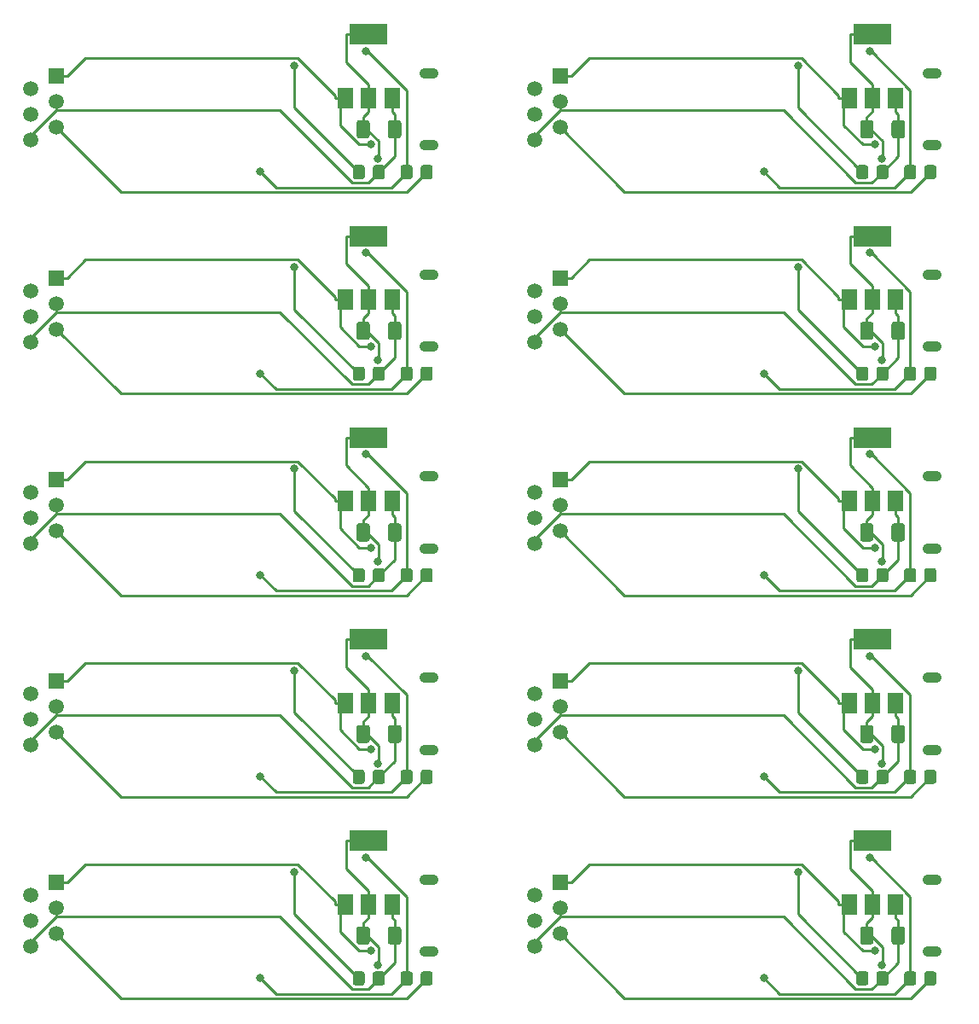
<source format=gbr>
%TF.GenerationSoftware,KiCad,Pcbnew,(5.1.9)-1*%
%TF.CreationDate,2021-09-18T19:38:26+02:00*%
%TF.ProjectId,IM350_AM550_5V_V4.0_multi,494d3335-305f-4414-9d35-35305f35565f,rev?*%
%TF.SameCoordinates,Original*%
%TF.FileFunction,Copper,L2,Bot*%
%TF.FilePolarity,Positive*%
%FSLAX46Y46*%
G04 Gerber Fmt 4.6, Leading zero omitted, Abs format (unit mm)*
G04 Created by KiCad (PCBNEW (5.1.9)-1) date 2021-09-18 19:38:26*
%MOMM*%
%LPD*%
G01*
G04 APERTURE LIST*
%TA.AperFunction,ComponentPad*%
%ADD10R,1.520000X1.520000*%
%TD*%
%TA.AperFunction,ComponentPad*%
%ADD11C,1.520000*%
%TD*%
%TA.AperFunction,SMDPad,CuDef*%
%ADD12R,3.800000X2.000000*%
%TD*%
%TA.AperFunction,SMDPad,CuDef*%
%ADD13R,1.500000X2.000000*%
%TD*%
%TA.AperFunction,ComponentPad*%
%ADD14O,1.900000X1.050000*%
%TD*%
%TA.AperFunction,ViaPad*%
%ADD15C,0.800000*%
%TD*%
%TA.AperFunction,Conductor*%
%ADD16C,0.250000*%
%TD*%
G04 APERTURE END LIST*
%TO.P,R5,1*%
%TO.N,Net-(R4-Pad1)*%
%TA.AperFunction,SMDPad,CuDef*%
G36*
G01*
X165650000Y-136700001D02*
X165650000Y-135799999D01*
G75*
G02*
X165899999Y-135550000I249999J0D01*
G01*
X166600001Y-135550000D01*
G75*
G02*
X166850000Y-135799999I0J-249999D01*
G01*
X166850000Y-136700001D01*
G75*
G02*
X166600001Y-136950000I-249999J0D01*
G01*
X165899999Y-136950000D01*
G75*
G02*
X165650000Y-136700001I0J249999D01*
G01*
G37*
%TD.AperFunction*%
%TO.P,R5,2*%
%TO.N,Net-(J2-Pad5)*%
%TA.AperFunction,SMDPad,CuDef*%
G36*
G01*
X167650000Y-136700001D02*
X167650000Y-135799999D01*
G75*
G02*
X167899999Y-135550000I249999J0D01*
G01*
X168600001Y-135550000D01*
G75*
G02*
X168850000Y-135799999I0J-249999D01*
G01*
X168850000Y-136700001D01*
G75*
G02*
X168600001Y-136950000I-249999J0D01*
G01*
X167899999Y-136950000D01*
G75*
G02*
X167650000Y-136700001I0J249999D01*
G01*
G37*
%TD.AperFunction*%
%TD*%
%TO.P,C1,1*%
%TO.N,Net-(C1-Pad1)*%
%TA.AperFunction,SMDPad,CuDef*%
G36*
G01*
X111275000Y-132650001D02*
X111275000Y-131349999D01*
G75*
G02*
X111524999Y-131100000I249999J0D01*
G01*
X112350001Y-131100000D01*
G75*
G02*
X112600000Y-131349999I0J-249999D01*
G01*
X112600000Y-132650001D01*
G75*
G02*
X112350001Y-132900000I-249999J0D01*
G01*
X111524999Y-132900000D01*
G75*
G02*
X111275000Y-132650001I0J249999D01*
G01*
G37*
%TD.AperFunction*%
%TO.P,C1,2*%
%TO.N,Net-(C1-Pad2)*%
%TA.AperFunction,SMDPad,CuDef*%
G36*
G01*
X114400000Y-132650001D02*
X114400000Y-131349999D01*
G75*
G02*
X114649999Y-131100000I249999J0D01*
G01*
X115475001Y-131100000D01*
G75*
G02*
X115725000Y-131349999I0J-249999D01*
G01*
X115725000Y-132650001D01*
G75*
G02*
X115475001Y-132900000I-249999J0D01*
G01*
X114649999Y-132900000D01*
G75*
G02*
X114400000Y-132650001I0J249999D01*
G01*
G37*
%TD.AperFunction*%
%TD*%
D10*
%TO.P,J2,1*%
%TO.N,Net-(J1-Pad1)*%
X81500000Y-126750000D03*
D11*
%TO.P,J2,2*%
%TO.N,Net-(J2-Pad2)*%
X78960000Y-128020000D03*
%TO.P,J2,3*%
%TO.N,Net-(C1-Pad2)*%
X81500000Y-129290000D03*
%TO.P,J2,4*%
%TO.N,Net-(J2-Pad4)*%
X78960000Y-130560000D03*
%TO.P,J2,5*%
%TO.N,Net-(J2-Pad5)*%
X81500000Y-131830000D03*
%TO.P,J2,6*%
%TO.N,Net-(C1-Pad2)*%
X78960000Y-133100000D03*
%TD*%
D12*
%TO.P,U1,2*%
%TO.N,Net-(C1-Pad1)*%
X112500000Y-122600000D03*
D13*
X112500000Y-128900000D03*
%TO.P,U1,3*%
%TO.N,Net-(J1-Pad1)*%
X110200000Y-128900000D03*
%TO.P,U1,1*%
%TO.N,Net-(C1-Pad2)*%
X114800000Y-128900000D03*
%TD*%
D11*
%TO.P,J2,6*%
%TO.N,Net-(C1-Pad2)*%
X128960000Y-133100000D03*
%TO.P,J2,5*%
%TO.N,Net-(J2-Pad5)*%
X131500000Y-131830000D03*
%TO.P,J2,4*%
%TO.N,Net-(J2-Pad4)*%
X128960000Y-130560000D03*
%TO.P,J2,3*%
%TO.N,Net-(C1-Pad2)*%
X131500000Y-129290000D03*
%TO.P,J2,2*%
%TO.N,Net-(J2-Pad2)*%
X128960000Y-128020000D03*
D10*
%TO.P,J2,1*%
%TO.N,Net-(J1-Pad1)*%
X131500000Y-126750000D03*
%TD*%
%TO.P,R3,2*%
%TO.N,Net-(C1-Pad2)*%
%TA.AperFunction,SMDPad,CuDef*%
G36*
G01*
X162900000Y-136700001D02*
X162900000Y-135799999D01*
G75*
G02*
X163149999Y-135550000I249999J0D01*
G01*
X163850001Y-135550000D01*
G75*
G02*
X164100000Y-135799999I0J-249999D01*
G01*
X164100000Y-136700001D01*
G75*
G02*
X163850001Y-136950000I-249999J0D01*
G01*
X163149999Y-136950000D01*
G75*
G02*
X162900000Y-136700001I0J249999D01*
G01*
G37*
%TD.AperFunction*%
%TO.P,R3,1*%
%TO.N,Net-(R3-Pad1)*%
%TA.AperFunction,SMDPad,CuDef*%
G36*
G01*
X160900000Y-136700001D02*
X160900000Y-135799999D01*
G75*
G02*
X161149999Y-135550000I249999J0D01*
G01*
X161850001Y-135550000D01*
G75*
G02*
X162100000Y-135799999I0J-249999D01*
G01*
X162100000Y-136700001D01*
G75*
G02*
X161850001Y-136950000I-249999J0D01*
G01*
X161149999Y-136950000D01*
G75*
G02*
X160900000Y-136700001I0J249999D01*
G01*
G37*
%TD.AperFunction*%
%TD*%
D13*
%TO.P,U1,1*%
%TO.N,Net-(C1-Pad2)*%
X164800000Y-128900000D03*
%TO.P,U1,3*%
%TO.N,Net-(J1-Pad1)*%
X160200000Y-128900000D03*
%TO.P,U1,2*%
%TO.N,Net-(C1-Pad1)*%
X162500000Y-128900000D03*
D12*
X162500000Y-122600000D03*
%TD*%
%TO.P,R3,1*%
%TO.N,Net-(R3-Pad1)*%
%TA.AperFunction,SMDPad,CuDef*%
G36*
G01*
X110900000Y-136700001D02*
X110900000Y-135799999D01*
G75*
G02*
X111149999Y-135550000I249999J0D01*
G01*
X111850001Y-135550000D01*
G75*
G02*
X112100000Y-135799999I0J-249999D01*
G01*
X112100000Y-136700001D01*
G75*
G02*
X111850001Y-136950000I-249999J0D01*
G01*
X111149999Y-136950000D01*
G75*
G02*
X110900000Y-136700001I0J249999D01*
G01*
G37*
%TD.AperFunction*%
%TO.P,R3,2*%
%TO.N,Net-(C1-Pad2)*%
%TA.AperFunction,SMDPad,CuDef*%
G36*
G01*
X112900000Y-136700001D02*
X112900000Y-135799999D01*
G75*
G02*
X113149999Y-135550000I249999J0D01*
G01*
X113850001Y-135550000D01*
G75*
G02*
X114100000Y-135799999I0J-249999D01*
G01*
X114100000Y-136700001D01*
G75*
G02*
X113850001Y-136950000I-249999J0D01*
G01*
X113149999Y-136950000D01*
G75*
G02*
X112900000Y-136700001I0J249999D01*
G01*
G37*
%TD.AperFunction*%
%TD*%
D14*
%TO.P,J1,*%
%TO.N,*%
X118450000Y-126425000D03*
X118450000Y-133575000D03*
%TD*%
%TO.P,C1,2*%
%TO.N,Net-(C1-Pad2)*%
%TA.AperFunction,SMDPad,CuDef*%
G36*
G01*
X164400000Y-132650001D02*
X164400000Y-131349999D01*
G75*
G02*
X164649999Y-131100000I249999J0D01*
G01*
X165475001Y-131100000D01*
G75*
G02*
X165725000Y-131349999I0J-249999D01*
G01*
X165725000Y-132650001D01*
G75*
G02*
X165475001Y-132900000I-249999J0D01*
G01*
X164649999Y-132900000D01*
G75*
G02*
X164400000Y-132650001I0J249999D01*
G01*
G37*
%TD.AperFunction*%
%TO.P,C1,1*%
%TO.N,Net-(C1-Pad1)*%
%TA.AperFunction,SMDPad,CuDef*%
G36*
G01*
X161275000Y-132650001D02*
X161275000Y-131349999D01*
G75*
G02*
X161524999Y-131100000I249999J0D01*
G01*
X162350001Y-131100000D01*
G75*
G02*
X162600000Y-131349999I0J-249999D01*
G01*
X162600000Y-132650001D01*
G75*
G02*
X162350001Y-132900000I-249999J0D01*
G01*
X161524999Y-132900000D01*
G75*
G02*
X161275000Y-132650001I0J249999D01*
G01*
G37*
%TD.AperFunction*%
%TD*%
%TO.P,R5,2*%
%TO.N,Net-(J2-Pad5)*%
%TA.AperFunction,SMDPad,CuDef*%
G36*
G01*
X117650000Y-136700001D02*
X117650000Y-135799999D01*
G75*
G02*
X117899999Y-135550000I249999J0D01*
G01*
X118600001Y-135550000D01*
G75*
G02*
X118850000Y-135799999I0J-249999D01*
G01*
X118850000Y-136700001D01*
G75*
G02*
X118600001Y-136950000I-249999J0D01*
G01*
X117899999Y-136950000D01*
G75*
G02*
X117650000Y-136700001I0J249999D01*
G01*
G37*
%TD.AperFunction*%
%TO.P,R5,1*%
%TO.N,Net-(R4-Pad1)*%
%TA.AperFunction,SMDPad,CuDef*%
G36*
G01*
X115650000Y-136700001D02*
X115650000Y-135799999D01*
G75*
G02*
X115899999Y-135550000I249999J0D01*
G01*
X116600001Y-135550000D01*
G75*
G02*
X116850000Y-135799999I0J-249999D01*
G01*
X116850000Y-136700001D01*
G75*
G02*
X116600001Y-136950000I-249999J0D01*
G01*
X115899999Y-136950000D01*
G75*
G02*
X115650000Y-136700001I0J249999D01*
G01*
G37*
%TD.AperFunction*%
%TD*%
%TO.P,J1,*%
%TO.N,*%
X168450000Y-133575000D03*
X168450000Y-126425000D03*
%TD*%
D10*
%TO.P,J2,1*%
%TO.N,Net-(J1-Pad1)*%
X131500000Y-106750000D03*
D11*
%TO.P,J2,2*%
%TO.N,Net-(J2-Pad2)*%
X128960000Y-108020000D03*
%TO.P,J2,3*%
%TO.N,Net-(C1-Pad2)*%
X131500000Y-109290000D03*
%TO.P,J2,4*%
%TO.N,Net-(J2-Pad4)*%
X128960000Y-110560000D03*
%TO.P,J2,5*%
%TO.N,Net-(J2-Pad5)*%
X131500000Y-111830000D03*
%TO.P,J2,6*%
%TO.N,Net-(C1-Pad2)*%
X128960000Y-113100000D03*
%TD*%
%TO.P,R5,1*%
%TO.N,Net-(R4-Pad1)*%
%TA.AperFunction,SMDPad,CuDef*%
G36*
G01*
X115650000Y-116700001D02*
X115650000Y-115799999D01*
G75*
G02*
X115899999Y-115550000I249999J0D01*
G01*
X116600001Y-115550000D01*
G75*
G02*
X116850000Y-115799999I0J-249999D01*
G01*
X116850000Y-116700001D01*
G75*
G02*
X116600001Y-116950000I-249999J0D01*
G01*
X115899999Y-116950000D01*
G75*
G02*
X115650000Y-116700001I0J249999D01*
G01*
G37*
%TD.AperFunction*%
%TO.P,R5,2*%
%TO.N,Net-(J2-Pad5)*%
%TA.AperFunction,SMDPad,CuDef*%
G36*
G01*
X117650000Y-116700001D02*
X117650000Y-115799999D01*
G75*
G02*
X117899999Y-115550000I249999J0D01*
G01*
X118600001Y-115550000D01*
G75*
G02*
X118850000Y-115799999I0J-249999D01*
G01*
X118850000Y-116700001D01*
G75*
G02*
X118600001Y-116950000I-249999J0D01*
G01*
X117899999Y-116950000D01*
G75*
G02*
X117650000Y-116700001I0J249999D01*
G01*
G37*
%TD.AperFunction*%
%TD*%
%TO.P,C1,1*%
%TO.N,Net-(C1-Pad1)*%
%TA.AperFunction,SMDPad,CuDef*%
G36*
G01*
X161275000Y-112650001D02*
X161275000Y-111349999D01*
G75*
G02*
X161524999Y-111100000I249999J0D01*
G01*
X162350001Y-111100000D01*
G75*
G02*
X162600000Y-111349999I0J-249999D01*
G01*
X162600000Y-112650001D01*
G75*
G02*
X162350001Y-112900000I-249999J0D01*
G01*
X161524999Y-112900000D01*
G75*
G02*
X161275000Y-112650001I0J249999D01*
G01*
G37*
%TD.AperFunction*%
%TO.P,C1,2*%
%TO.N,Net-(C1-Pad2)*%
%TA.AperFunction,SMDPad,CuDef*%
G36*
G01*
X164400000Y-112650001D02*
X164400000Y-111349999D01*
G75*
G02*
X164649999Y-111100000I249999J0D01*
G01*
X165475001Y-111100000D01*
G75*
G02*
X165725000Y-111349999I0J-249999D01*
G01*
X165725000Y-112650001D01*
G75*
G02*
X165475001Y-112900000I-249999J0D01*
G01*
X164649999Y-112900000D01*
G75*
G02*
X164400000Y-112650001I0J249999D01*
G01*
G37*
%TD.AperFunction*%
%TD*%
D12*
%TO.P,U1,2*%
%TO.N,Net-(C1-Pad1)*%
X162500000Y-102600000D03*
D13*
X162500000Y-108900000D03*
%TO.P,U1,3*%
%TO.N,Net-(J1-Pad1)*%
X160200000Y-108900000D03*
%TO.P,U1,1*%
%TO.N,Net-(C1-Pad2)*%
X164800000Y-108900000D03*
%TD*%
%TO.P,R3,2*%
%TO.N,Net-(C1-Pad2)*%
%TA.AperFunction,SMDPad,CuDef*%
G36*
G01*
X112900000Y-116700001D02*
X112900000Y-115799999D01*
G75*
G02*
X113149999Y-115550000I249999J0D01*
G01*
X113850001Y-115550000D01*
G75*
G02*
X114100000Y-115799999I0J-249999D01*
G01*
X114100000Y-116700001D01*
G75*
G02*
X113850001Y-116950000I-249999J0D01*
G01*
X113149999Y-116950000D01*
G75*
G02*
X112900000Y-116700001I0J249999D01*
G01*
G37*
%TD.AperFunction*%
%TO.P,R3,1*%
%TO.N,Net-(R3-Pad1)*%
%TA.AperFunction,SMDPad,CuDef*%
G36*
G01*
X110900000Y-116700001D02*
X110900000Y-115799999D01*
G75*
G02*
X111149999Y-115550000I249999J0D01*
G01*
X111850001Y-115550000D01*
G75*
G02*
X112100000Y-115799999I0J-249999D01*
G01*
X112100000Y-116700001D01*
G75*
G02*
X111850001Y-116950000I-249999J0D01*
G01*
X111149999Y-116950000D01*
G75*
G02*
X110900000Y-116700001I0J249999D01*
G01*
G37*
%TD.AperFunction*%
%TD*%
D14*
%TO.P,J1,*%
%TO.N,*%
X168450000Y-106425000D03*
X168450000Y-113575000D03*
%TD*%
D13*
%TO.P,U1,1*%
%TO.N,Net-(C1-Pad2)*%
X114800000Y-108900000D03*
%TO.P,U1,3*%
%TO.N,Net-(J1-Pad1)*%
X110200000Y-108900000D03*
%TO.P,U1,2*%
%TO.N,Net-(C1-Pad1)*%
X112500000Y-108900000D03*
D12*
X112500000Y-102600000D03*
%TD*%
%TO.P,R3,1*%
%TO.N,Net-(R3-Pad1)*%
%TA.AperFunction,SMDPad,CuDef*%
G36*
G01*
X160900000Y-116700001D02*
X160900000Y-115799999D01*
G75*
G02*
X161149999Y-115550000I249999J0D01*
G01*
X161850001Y-115550000D01*
G75*
G02*
X162100000Y-115799999I0J-249999D01*
G01*
X162100000Y-116700001D01*
G75*
G02*
X161850001Y-116950000I-249999J0D01*
G01*
X161149999Y-116950000D01*
G75*
G02*
X160900000Y-116700001I0J249999D01*
G01*
G37*
%TD.AperFunction*%
%TO.P,R3,2*%
%TO.N,Net-(C1-Pad2)*%
%TA.AperFunction,SMDPad,CuDef*%
G36*
G01*
X162900000Y-116700001D02*
X162900000Y-115799999D01*
G75*
G02*
X163149999Y-115550000I249999J0D01*
G01*
X163850001Y-115550000D01*
G75*
G02*
X164100000Y-115799999I0J-249999D01*
G01*
X164100000Y-116700001D01*
G75*
G02*
X163850001Y-116950000I-249999J0D01*
G01*
X163149999Y-116950000D01*
G75*
G02*
X162900000Y-116700001I0J249999D01*
G01*
G37*
%TD.AperFunction*%
%TD*%
D14*
%TO.P,J1,*%
%TO.N,*%
X118450000Y-113575000D03*
X118450000Y-106425000D03*
%TD*%
D11*
%TO.P,J2,6*%
%TO.N,Net-(C1-Pad2)*%
X78960000Y-113100000D03*
%TO.P,J2,5*%
%TO.N,Net-(J2-Pad5)*%
X81500000Y-111830000D03*
%TO.P,J2,4*%
%TO.N,Net-(J2-Pad4)*%
X78960000Y-110560000D03*
%TO.P,J2,3*%
%TO.N,Net-(C1-Pad2)*%
X81500000Y-109290000D03*
%TO.P,J2,2*%
%TO.N,Net-(J2-Pad2)*%
X78960000Y-108020000D03*
D10*
%TO.P,J2,1*%
%TO.N,Net-(J1-Pad1)*%
X81500000Y-106750000D03*
%TD*%
%TO.P,C1,2*%
%TO.N,Net-(C1-Pad2)*%
%TA.AperFunction,SMDPad,CuDef*%
G36*
G01*
X114400000Y-112650001D02*
X114400000Y-111349999D01*
G75*
G02*
X114649999Y-111100000I249999J0D01*
G01*
X115475001Y-111100000D01*
G75*
G02*
X115725000Y-111349999I0J-249999D01*
G01*
X115725000Y-112650001D01*
G75*
G02*
X115475001Y-112900000I-249999J0D01*
G01*
X114649999Y-112900000D01*
G75*
G02*
X114400000Y-112650001I0J249999D01*
G01*
G37*
%TD.AperFunction*%
%TO.P,C1,1*%
%TO.N,Net-(C1-Pad1)*%
%TA.AperFunction,SMDPad,CuDef*%
G36*
G01*
X111275000Y-112650001D02*
X111275000Y-111349999D01*
G75*
G02*
X111524999Y-111100000I249999J0D01*
G01*
X112350001Y-111100000D01*
G75*
G02*
X112600000Y-111349999I0J-249999D01*
G01*
X112600000Y-112650001D01*
G75*
G02*
X112350001Y-112900000I-249999J0D01*
G01*
X111524999Y-112900000D01*
G75*
G02*
X111275000Y-112650001I0J249999D01*
G01*
G37*
%TD.AperFunction*%
%TD*%
%TO.P,R5,2*%
%TO.N,Net-(J2-Pad5)*%
%TA.AperFunction,SMDPad,CuDef*%
G36*
G01*
X167650000Y-116700001D02*
X167650000Y-115799999D01*
G75*
G02*
X167899999Y-115550000I249999J0D01*
G01*
X168600001Y-115550000D01*
G75*
G02*
X168850000Y-115799999I0J-249999D01*
G01*
X168850000Y-116700001D01*
G75*
G02*
X168600001Y-116950000I-249999J0D01*
G01*
X167899999Y-116950000D01*
G75*
G02*
X167650000Y-116700001I0J249999D01*
G01*
G37*
%TD.AperFunction*%
%TO.P,R5,1*%
%TO.N,Net-(R4-Pad1)*%
%TA.AperFunction,SMDPad,CuDef*%
G36*
G01*
X165650000Y-116700001D02*
X165650000Y-115799999D01*
G75*
G02*
X165899999Y-115550000I249999J0D01*
G01*
X166600001Y-115550000D01*
G75*
G02*
X166850000Y-115799999I0J-249999D01*
G01*
X166850000Y-116700001D01*
G75*
G02*
X166600001Y-116950000I-249999J0D01*
G01*
X165899999Y-116950000D01*
G75*
G02*
X165650000Y-116700001I0J249999D01*
G01*
G37*
%TD.AperFunction*%
%TD*%
%TO.P,R3,2*%
%TO.N,Net-(C1-Pad2)*%
%TA.AperFunction,SMDPad,CuDef*%
G36*
G01*
X162900000Y-96700001D02*
X162900000Y-95799999D01*
G75*
G02*
X163149999Y-95550000I249999J0D01*
G01*
X163850001Y-95550000D01*
G75*
G02*
X164100000Y-95799999I0J-249999D01*
G01*
X164100000Y-96700001D01*
G75*
G02*
X163850001Y-96950000I-249999J0D01*
G01*
X163149999Y-96950000D01*
G75*
G02*
X162900000Y-96700001I0J249999D01*
G01*
G37*
%TD.AperFunction*%
%TO.P,R3,1*%
%TO.N,Net-(R3-Pad1)*%
%TA.AperFunction,SMDPad,CuDef*%
G36*
G01*
X160900000Y-96700001D02*
X160900000Y-95799999D01*
G75*
G02*
X161149999Y-95550000I249999J0D01*
G01*
X161850001Y-95550000D01*
G75*
G02*
X162100000Y-95799999I0J-249999D01*
G01*
X162100000Y-96700001D01*
G75*
G02*
X161850001Y-96950000I-249999J0D01*
G01*
X161149999Y-96950000D01*
G75*
G02*
X160900000Y-96700001I0J249999D01*
G01*
G37*
%TD.AperFunction*%
%TD*%
%TO.P,C1,1*%
%TO.N,Net-(C1-Pad1)*%
%TA.AperFunction,SMDPad,CuDef*%
G36*
G01*
X111275000Y-92650001D02*
X111275000Y-91349999D01*
G75*
G02*
X111524999Y-91100000I249999J0D01*
G01*
X112350001Y-91100000D01*
G75*
G02*
X112600000Y-91349999I0J-249999D01*
G01*
X112600000Y-92650001D01*
G75*
G02*
X112350001Y-92900000I-249999J0D01*
G01*
X111524999Y-92900000D01*
G75*
G02*
X111275000Y-92650001I0J249999D01*
G01*
G37*
%TD.AperFunction*%
%TO.P,C1,2*%
%TO.N,Net-(C1-Pad2)*%
%TA.AperFunction,SMDPad,CuDef*%
G36*
G01*
X114400000Y-92650001D02*
X114400000Y-91349999D01*
G75*
G02*
X114649999Y-91100000I249999J0D01*
G01*
X115475001Y-91100000D01*
G75*
G02*
X115725000Y-91349999I0J-249999D01*
G01*
X115725000Y-92650001D01*
G75*
G02*
X115475001Y-92900000I-249999J0D01*
G01*
X114649999Y-92900000D01*
G75*
G02*
X114400000Y-92650001I0J249999D01*
G01*
G37*
%TD.AperFunction*%
%TD*%
D11*
%TO.P,J2,6*%
%TO.N,Net-(C1-Pad2)*%
X128960000Y-93100000D03*
%TO.P,J2,5*%
%TO.N,Net-(J2-Pad5)*%
X131500000Y-91830000D03*
%TO.P,J2,4*%
%TO.N,Net-(J2-Pad4)*%
X128960000Y-90560000D03*
%TO.P,J2,3*%
%TO.N,Net-(C1-Pad2)*%
X131500000Y-89290000D03*
%TO.P,J2,2*%
%TO.N,Net-(J2-Pad2)*%
X128960000Y-88020000D03*
D10*
%TO.P,J2,1*%
%TO.N,Net-(J1-Pad1)*%
X131500000Y-86750000D03*
%TD*%
D14*
%TO.P,J1,*%
%TO.N,*%
X168450000Y-93575000D03*
X168450000Y-86425000D03*
%TD*%
%TO.P,J1,*%
%TO.N,*%
X118450000Y-86425000D03*
X118450000Y-93575000D03*
%TD*%
%TO.P,R3,1*%
%TO.N,Net-(R3-Pad1)*%
%TA.AperFunction,SMDPad,CuDef*%
G36*
G01*
X110900000Y-96700001D02*
X110900000Y-95799999D01*
G75*
G02*
X111149999Y-95550000I249999J0D01*
G01*
X111850001Y-95550000D01*
G75*
G02*
X112100000Y-95799999I0J-249999D01*
G01*
X112100000Y-96700001D01*
G75*
G02*
X111850001Y-96950000I-249999J0D01*
G01*
X111149999Y-96950000D01*
G75*
G02*
X110900000Y-96700001I0J249999D01*
G01*
G37*
%TD.AperFunction*%
%TO.P,R3,2*%
%TO.N,Net-(C1-Pad2)*%
%TA.AperFunction,SMDPad,CuDef*%
G36*
G01*
X112900000Y-96700001D02*
X112900000Y-95799999D01*
G75*
G02*
X113149999Y-95550000I249999J0D01*
G01*
X113850001Y-95550000D01*
G75*
G02*
X114100000Y-95799999I0J-249999D01*
G01*
X114100000Y-96700001D01*
G75*
G02*
X113850001Y-96950000I-249999J0D01*
G01*
X113149999Y-96950000D01*
G75*
G02*
X112900000Y-96700001I0J249999D01*
G01*
G37*
%TD.AperFunction*%
%TD*%
D10*
%TO.P,J2,1*%
%TO.N,Net-(J1-Pad1)*%
X81500000Y-86750000D03*
D11*
%TO.P,J2,2*%
%TO.N,Net-(J2-Pad2)*%
X78960000Y-88020000D03*
%TO.P,J2,3*%
%TO.N,Net-(C1-Pad2)*%
X81500000Y-89290000D03*
%TO.P,J2,4*%
%TO.N,Net-(J2-Pad4)*%
X78960000Y-90560000D03*
%TO.P,J2,5*%
%TO.N,Net-(J2-Pad5)*%
X81500000Y-91830000D03*
%TO.P,J2,6*%
%TO.N,Net-(C1-Pad2)*%
X78960000Y-93100000D03*
%TD*%
D12*
%TO.P,U1,2*%
%TO.N,Net-(C1-Pad1)*%
X112500000Y-82600000D03*
D13*
X112500000Y-88900000D03*
%TO.P,U1,3*%
%TO.N,Net-(J1-Pad1)*%
X110200000Y-88900000D03*
%TO.P,U1,1*%
%TO.N,Net-(C1-Pad2)*%
X114800000Y-88900000D03*
%TD*%
%TO.P,R5,2*%
%TO.N,Net-(J2-Pad5)*%
%TA.AperFunction,SMDPad,CuDef*%
G36*
G01*
X117650000Y-96700001D02*
X117650000Y-95799999D01*
G75*
G02*
X117899999Y-95550000I249999J0D01*
G01*
X118600001Y-95550000D01*
G75*
G02*
X118850000Y-95799999I0J-249999D01*
G01*
X118850000Y-96700001D01*
G75*
G02*
X118600001Y-96950000I-249999J0D01*
G01*
X117899999Y-96950000D01*
G75*
G02*
X117650000Y-96700001I0J249999D01*
G01*
G37*
%TD.AperFunction*%
%TO.P,R5,1*%
%TO.N,Net-(R4-Pad1)*%
%TA.AperFunction,SMDPad,CuDef*%
G36*
G01*
X115650000Y-96700001D02*
X115650000Y-95799999D01*
G75*
G02*
X115899999Y-95550000I249999J0D01*
G01*
X116600001Y-95550000D01*
G75*
G02*
X116850000Y-95799999I0J-249999D01*
G01*
X116850000Y-96700001D01*
G75*
G02*
X116600001Y-96950000I-249999J0D01*
G01*
X115899999Y-96950000D01*
G75*
G02*
X115650000Y-96700001I0J249999D01*
G01*
G37*
%TD.AperFunction*%
%TD*%
%TO.P,C1,2*%
%TO.N,Net-(C1-Pad2)*%
%TA.AperFunction,SMDPad,CuDef*%
G36*
G01*
X164400000Y-92650001D02*
X164400000Y-91349999D01*
G75*
G02*
X164649999Y-91100000I249999J0D01*
G01*
X165475001Y-91100000D01*
G75*
G02*
X165725000Y-91349999I0J-249999D01*
G01*
X165725000Y-92650001D01*
G75*
G02*
X165475001Y-92900000I-249999J0D01*
G01*
X164649999Y-92900000D01*
G75*
G02*
X164400000Y-92650001I0J249999D01*
G01*
G37*
%TD.AperFunction*%
%TO.P,C1,1*%
%TO.N,Net-(C1-Pad1)*%
%TA.AperFunction,SMDPad,CuDef*%
G36*
G01*
X161275000Y-92650001D02*
X161275000Y-91349999D01*
G75*
G02*
X161524999Y-91100000I249999J0D01*
G01*
X162350001Y-91100000D01*
G75*
G02*
X162600000Y-91349999I0J-249999D01*
G01*
X162600000Y-92650001D01*
G75*
G02*
X162350001Y-92900000I-249999J0D01*
G01*
X161524999Y-92900000D01*
G75*
G02*
X161275000Y-92650001I0J249999D01*
G01*
G37*
%TD.AperFunction*%
%TD*%
%TO.P,U1,1*%
%TO.N,Net-(C1-Pad2)*%
X164800000Y-88900000D03*
%TO.P,U1,3*%
%TO.N,Net-(J1-Pad1)*%
X160200000Y-88900000D03*
%TO.P,U1,2*%
%TO.N,Net-(C1-Pad1)*%
X162500000Y-88900000D03*
D12*
X162500000Y-82600000D03*
%TD*%
%TO.P,R5,1*%
%TO.N,Net-(R4-Pad1)*%
%TA.AperFunction,SMDPad,CuDef*%
G36*
G01*
X165650000Y-96700001D02*
X165650000Y-95799999D01*
G75*
G02*
X165899999Y-95550000I249999J0D01*
G01*
X166600001Y-95550000D01*
G75*
G02*
X166850000Y-95799999I0J-249999D01*
G01*
X166850000Y-96700001D01*
G75*
G02*
X166600001Y-96950000I-249999J0D01*
G01*
X165899999Y-96950000D01*
G75*
G02*
X165650000Y-96700001I0J249999D01*
G01*
G37*
%TD.AperFunction*%
%TO.P,R5,2*%
%TO.N,Net-(J2-Pad5)*%
%TA.AperFunction,SMDPad,CuDef*%
G36*
G01*
X167650000Y-96700001D02*
X167650000Y-95799999D01*
G75*
G02*
X167899999Y-95550000I249999J0D01*
G01*
X168600001Y-95550000D01*
G75*
G02*
X168850000Y-95799999I0J-249999D01*
G01*
X168850000Y-96700001D01*
G75*
G02*
X168600001Y-96950000I-249999J0D01*
G01*
X167899999Y-96950000D01*
G75*
G02*
X167650000Y-96700001I0J249999D01*
G01*
G37*
%TD.AperFunction*%
%TD*%
D13*
%TO.P,U1,1*%
%TO.N,Net-(C1-Pad2)*%
X114800000Y-68900000D03*
%TO.P,U1,3*%
%TO.N,Net-(J1-Pad1)*%
X110200000Y-68900000D03*
%TO.P,U1,2*%
%TO.N,Net-(C1-Pad1)*%
X112500000Y-68900000D03*
D12*
X112500000Y-62600000D03*
%TD*%
%TO.P,R5,1*%
%TO.N,Net-(R4-Pad1)*%
%TA.AperFunction,SMDPad,CuDef*%
G36*
G01*
X115650000Y-76700001D02*
X115650000Y-75799999D01*
G75*
G02*
X115899999Y-75550000I249999J0D01*
G01*
X116600001Y-75550000D01*
G75*
G02*
X116850000Y-75799999I0J-249999D01*
G01*
X116850000Y-76700001D01*
G75*
G02*
X116600001Y-76950000I-249999J0D01*
G01*
X115899999Y-76950000D01*
G75*
G02*
X115650000Y-76700001I0J249999D01*
G01*
G37*
%TD.AperFunction*%
%TO.P,R5,2*%
%TO.N,Net-(J2-Pad5)*%
%TA.AperFunction,SMDPad,CuDef*%
G36*
G01*
X117650000Y-76700001D02*
X117650000Y-75799999D01*
G75*
G02*
X117899999Y-75550000I249999J0D01*
G01*
X118600001Y-75550000D01*
G75*
G02*
X118850000Y-75799999I0J-249999D01*
G01*
X118850000Y-76700001D01*
G75*
G02*
X118600001Y-76950000I-249999J0D01*
G01*
X117899999Y-76950000D01*
G75*
G02*
X117650000Y-76700001I0J249999D01*
G01*
G37*
%TD.AperFunction*%
%TD*%
D14*
%TO.P,J1,*%
%TO.N,*%
X118450000Y-73575000D03*
X118450000Y-66425000D03*
%TD*%
%TO.P,C1,2*%
%TO.N,Net-(C1-Pad2)*%
%TA.AperFunction,SMDPad,CuDef*%
G36*
G01*
X114400000Y-72650001D02*
X114400000Y-71349999D01*
G75*
G02*
X114649999Y-71100000I249999J0D01*
G01*
X115475001Y-71100000D01*
G75*
G02*
X115725000Y-71349999I0J-249999D01*
G01*
X115725000Y-72650001D01*
G75*
G02*
X115475001Y-72900000I-249999J0D01*
G01*
X114649999Y-72900000D01*
G75*
G02*
X114400000Y-72650001I0J249999D01*
G01*
G37*
%TD.AperFunction*%
%TO.P,C1,1*%
%TO.N,Net-(C1-Pad1)*%
%TA.AperFunction,SMDPad,CuDef*%
G36*
G01*
X111275000Y-72650001D02*
X111275000Y-71349999D01*
G75*
G02*
X111524999Y-71100000I249999J0D01*
G01*
X112350001Y-71100000D01*
G75*
G02*
X112600000Y-71349999I0J-249999D01*
G01*
X112600000Y-72650001D01*
G75*
G02*
X112350001Y-72900000I-249999J0D01*
G01*
X111524999Y-72900000D01*
G75*
G02*
X111275000Y-72650001I0J249999D01*
G01*
G37*
%TD.AperFunction*%
%TD*%
%TO.P,R3,2*%
%TO.N,Net-(C1-Pad2)*%
%TA.AperFunction,SMDPad,CuDef*%
G36*
G01*
X112900000Y-76700001D02*
X112900000Y-75799999D01*
G75*
G02*
X113149999Y-75550000I249999J0D01*
G01*
X113850001Y-75550000D01*
G75*
G02*
X114100000Y-75799999I0J-249999D01*
G01*
X114100000Y-76700001D01*
G75*
G02*
X113850001Y-76950000I-249999J0D01*
G01*
X113149999Y-76950000D01*
G75*
G02*
X112900000Y-76700001I0J249999D01*
G01*
G37*
%TD.AperFunction*%
%TO.P,R3,1*%
%TO.N,Net-(R3-Pad1)*%
%TA.AperFunction,SMDPad,CuDef*%
G36*
G01*
X110900000Y-76700001D02*
X110900000Y-75799999D01*
G75*
G02*
X111149999Y-75550000I249999J0D01*
G01*
X111850001Y-75550000D01*
G75*
G02*
X112100000Y-75799999I0J-249999D01*
G01*
X112100000Y-76700001D01*
G75*
G02*
X111850001Y-76950000I-249999J0D01*
G01*
X111149999Y-76950000D01*
G75*
G02*
X110900000Y-76700001I0J249999D01*
G01*
G37*
%TD.AperFunction*%
%TD*%
D11*
%TO.P,J2,6*%
%TO.N,Net-(C1-Pad2)*%
X78960000Y-73100000D03*
%TO.P,J2,5*%
%TO.N,Net-(J2-Pad5)*%
X81500000Y-71830000D03*
%TO.P,J2,4*%
%TO.N,Net-(J2-Pad4)*%
X78960000Y-70560000D03*
%TO.P,J2,3*%
%TO.N,Net-(C1-Pad2)*%
X81500000Y-69290000D03*
%TO.P,J2,2*%
%TO.N,Net-(J2-Pad2)*%
X78960000Y-68020000D03*
D10*
%TO.P,J2,1*%
%TO.N,Net-(J1-Pad1)*%
X81500000Y-66750000D03*
%TD*%
%TO.P,J2,1*%
%TO.N,Net-(J1-Pad1)*%
X131500000Y-66750000D03*
D11*
%TO.P,J2,2*%
%TO.N,Net-(J2-Pad2)*%
X128960000Y-68020000D03*
%TO.P,J2,3*%
%TO.N,Net-(C1-Pad2)*%
X131500000Y-69290000D03*
%TO.P,J2,4*%
%TO.N,Net-(J2-Pad4)*%
X128960000Y-70560000D03*
%TO.P,J2,5*%
%TO.N,Net-(J2-Pad5)*%
X131500000Y-71830000D03*
%TO.P,J2,6*%
%TO.N,Net-(C1-Pad2)*%
X128960000Y-73100000D03*
%TD*%
%TO.P,R3,1*%
%TO.N,Net-(R3-Pad1)*%
%TA.AperFunction,SMDPad,CuDef*%
G36*
G01*
X160900000Y-76700001D02*
X160900000Y-75799999D01*
G75*
G02*
X161149999Y-75550000I249999J0D01*
G01*
X161850001Y-75550000D01*
G75*
G02*
X162100000Y-75799999I0J-249999D01*
G01*
X162100000Y-76700001D01*
G75*
G02*
X161850001Y-76950000I-249999J0D01*
G01*
X161149999Y-76950000D01*
G75*
G02*
X160900000Y-76700001I0J249999D01*
G01*
G37*
%TD.AperFunction*%
%TO.P,R3,2*%
%TO.N,Net-(C1-Pad2)*%
%TA.AperFunction,SMDPad,CuDef*%
G36*
G01*
X162900000Y-76700001D02*
X162900000Y-75799999D01*
G75*
G02*
X163149999Y-75550000I249999J0D01*
G01*
X163850001Y-75550000D01*
G75*
G02*
X164100000Y-75799999I0J-249999D01*
G01*
X164100000Y-76700001D01*
G75*
G02*
X163850001Y-76950000I-249999J0D01*
G01*
X163149999Y-76950000D01*
G75*
G02*
X162900000Y-76700001I0J249999D01*
G01*
G37*
%TD.AperFunction*%
%TD*%
D14*
%TO.P,J1,*%
%TO.N,*%
X168450000Y-66425000D03*
X168450000Y-73575000D03*
%TD*%
%TO.P,C1,1*%
%TO.N,Net-(C1-Pad1)*%
%TA.AperFunction,SMDPad,CuDef*%
G36*
G01*
X161275000Y-72650001D02*
X161275000Y-71349999D01*
G75*
G02*
X161524999Y-71100000I249999J0D01*
G01*
X162350001Y-71100000D01*
G75*
G02*
X162600000Y-71349999I0J-249999D01*
G01*
X162600000Y-72650001D01*
G75*
G02*
X162350001Y-72900000I-249999J0D01*
G01*
X161524999Y-72900000D01*
G75*
G02*
X161275000Y-72650001I0J249999D01*
G01*
G37*
%TD.AperFunction*%
%TO.P,C1,2*%
%TO.N,Net-(C1-Pad2)*%
%TA.AperFunction,SMDPad,CuDef*%
G36*
G01*
X164400000Y-72650001D02*
X164400000Y-71349999D01*
G75*
G02*
X164649999Y-71100000I249999J0D01*
G01*
X165475001Y-71100000D01*
G75*
G02*
X165725000Y-71349999I0J-249999D01*
G01*
X165725000Y-72650001D01*
G75*
G02*
X165475001Y-72900000I-249999J0D01*
G01*
X164649999Y-72900000D01*
G75*
G02*
X164400000Y-72650001I0J249999D01*
G01*
G37*
%TD.AperFunction*%
%TD*%
D12*
%TO.P,U1,2*%
%TO.N,Net-(C1-Pad1)*%
X162500000Y-62600000D03*
D13*
X162500000Y-68900000D03*
%TO.P,U1,3*%
%TO.N,Net-(J1-Pad1)*%
X160200000Y-68900000D03*
%TO.P,U1,1*%
%TO.N,Net-(C1-Pad2)*%
X164800000Y-68900000D03*
%TD*%
%TO.P,R5,2*%
%TO.N,Net-(J2-Pad5)*%
%TA.AperFunction,SMDPad,CuDef*%
G36*
G01*
X167650000Y-76700001D02*
X167650000Y-75799999D01*
G75*
G02*
X167899999Y-75550000I249999J0D01*
G01*
X168600001Y-75550000D01*
G75*
G02*
X168850000Y-75799999I0J-249999D01*
G01*
X168850000Y-76700001D01*
G75*
G02*
X168600001Y-76950000I-249999J0D01*
G01*
X167899999Y-76950000D01*
G75*
G02*
X167650000Y-76700001I0J249999D01*
G01*
G37*
%TD.AperFunction*%
%TO.P,R5,1*%
%TO.N,Net-(R4-Pad1)*%
%TA.AperFunction,SMDPad,CuDef*%
G36*
G01*
X165650000Y-76700001D02*
X165650000Y-75799999D01*
G75*
G02*
X165899999Y-75550000I249999J0D01*
G01*
X166600001Y-75550000D01*
G75*
G02*
X166850000Y-75799999I0J-249999D01*
G01*
X166850000Y-76700001D01*
G75*
G02*
X166600001Y-76950000I-249999J0D01*
G01*
X165899999Y-76950000D01*
G75*
G02*
X165650000Y-76700001I0J249999D01*
G01*
G37*
%TD.AperFunction*%
%TD*%
%TO.P,U1,1*%
%TO.N,Net-(C1-Pad2)*%
X164800000Y-48900000D03*
%TO.P,U1,3*%
%TO.N,Net-(J1-Pad1)*%
X160200000Y-48900000D03*
%TO.P,U1,2*%
%TO.N,Net-(C1-Pad1)*%
X162500000Y-48900000D03*
D12*
X162500000Y-42600000D03*
%TD*%
%TO.P,R5,1*%
%TO.N,Net-(R4-Pad1)*%
%TA.AperFunction,SMDPad,CuDef*%
G36*
G01*
X165650000Y-56700001D02*
X165650000Y-55799999D01*
G75*
G02*
X165899999Y-55550000I249999J0D01*
G01*
X166600001Y-55550000D01*
G75*
G02*
X166850000Y-55799999I0J-249999D01*
G01*
X166850000Y-56700001D01*
G75*
G02*
X166600001Y-56950000I-249999J0D01*
G01*
X165899999Y-56950000D01*
G75*
G02*
X165650000Y-56700001I0J249999D01*
G01*
G37*
%TD.AperFunction*%
%TO.P,R5,2*%
%TO.N,Net-(J2-Pad5)*%
%TA.AperFunction,SMDPad,CuDef*%
G36*
G01*
X167650000Y-56700001D02*
X167650000Y-55799999D01*
G75*
G02*
X167899999Y-55550000I249999J0D01*
G01*
X168600001Y-55550000D01*
G75*
G02*
X168850000Y-55799999I0J-249999D01*
G01*
X168850000Y-56700001D01*
G75*
G02*
X168600001Y-56950000I-249999J0D01*
G01*
X167899999Y-56950000D01*
G75*
G02*
X167650000Y-56700001I0J249999D01*
G01*
G37*
%TD.AperFunction*%
%TD*%
D14*
%TO.P,J1,*%
%TO.N,*%
X168450000Y-53575000D03*
X168450000Y-46425000D03*
%TD*%
%TO.P,C1,2*%
%TO.N,Net-(C1-Pad2)*%
%TA.AperFunction,SMDPad,CuDef*%
G36*
G01*
X164400000Y-52650001D02*
X164400000Y-51349999D01*
G75*
G02*
X164649999Y-51100000I249999J0D01*
G01*
X165475001Y-51100000D01*
G75*
G02*
X165725000Y-51349999I0J-249999D01*
G01*
X165725000Y-52650001D01*
G75*
G02*
X165475001Y-52900000I-249999J0D01*
G01*
X164649999Y-52900000D01*
G75*
G02*
X164400000Y-52650001I0J249999D01*
G01*
G37*
%TD.AperFunction*%
%TO.P,C1,1*%
%TO.N,Net-(C1-Pad1)*%
%TA.AperFunction,SMDPad,CuDef*%
G36*
G01*
X161275000Y-52650001D02*
X161275000Y-51349999D01*
G75*
G02*
X161524999Y-51100000I249999J0D01*
G01*
X162350001Y-51100000D01*
G75*
G02*
X162600000Y-51349999I0J-249999D01*
G01*
X162600000Y-52650001D01*
G75*
G02*
X162350001Y-52900000I-249999J0D01*
G01*
X161524999Y-52900000D01*
G75*
G02*
X161275000Y-52650001I0J249999D01*
G01*
G37*
%TD.AperFunction*%
%TD*%
%TO.P,R3,2*%
%TO.N,Net-(C1-Pad2)*%
%TA.AperFunction,SMDPad,CuDef*%
G36*
G01*
X162900000Y-56700001D02*
X162900000Y-55799999D01*
G75*
G02*
X163149999Y-55550000I249999J0D01*
G01*
X163850001Y-55550000D01*
G75*
G02*
X164100000Y-55799999I0J-249999D01*
G01*
X164100000Y-56700001D01*
G75*
G02*
X163850001Y-56950000I-249999J0D01*
G01*
X163149999Y-56950000D01*
G75*
G02*
X162900000Y-56700001I0J249999D01*
G01*
G37*
%TD.AperFunction*%
%TO.P,R3,1*%
%TO.N,Net-(R3-Pad1)*%
%TA.AperFunction,SMDPad,CuDef*%
G36*
G01*
X160900000Y-56700001D02*
X160900000Y-55799999D01*
G75*
G02*
X161149999Y-55550000I249999J0D01*
G01*
X161850001Y-55550000D01*
G75*
G02*
X162100000Y-55799999I0J-249999D01*
G01*
X162100000Y-56700001D01*
G75*
G02*
X161850001Y-56950000I-249999J0D01*
G01*
X161149999Y-56950000D01*
G75*
G02*
X160900000Y-56700001I0J249999D01*
G01*
G37*
%TD.AperFunction*%
%TD*%
D11*
%TO.P,J2,6*%
%TO.N,Net-(C1-Pad2)*%
X128960000Y-53100000D03*
%TO.P,J2,5*%
%TO.N,Net-(J2-Pad5)*%
X131500000Y-51830000D03*
%TO.P,J2,4*%
%TO.N,Net-(J2-Pad4)*%
X128960000Y-50560000D03*
%TO.P,J2,3*%
%TO.N,Net-(C1-Pad2)*%
X131500000Y-49290000D03*
%TO.P,J2,2*%
%TO.N,Net-(J2-Pad2)*%
X128960000Y-48020000D03*
D10*
%TO.P,J2,1*%
%TO.N,Net-(J1-Pad1)*%
X131500000Y-46750000D03*
%TD*%
%TO.P,J2,1*%
%TO.N,Net-(J1-Pad1)*%
X81500000Y-46750000D03*
D11*
%TO.P,J2,2*%
%TO.N,Net-(J2-Pad2)*%
X78960000Y-48020000D03*
%TO.P,J2,3*%
%TO.N,Net-(C1-Pad2)*%
X81500000Y-49290000D03*
%TO.P,J2,4*%
%TO.N,Net-(J2-Pad4)*%
X78960000Y-50560000D03*
%TO.P,J2,5*%
%TO.N,Net-(J2-Pad5)*%
X81500000Y-51830000D03*
%TO.P,J2,6*%
%TO.N,Net-(C1-Pad2)*%
X78960000Y-53100000D03*
%TD*%
%TO.P,C1,1*%
%TO.N,Net-(C1-Pad1)*%
%TA.AperFunction,SMDPad,CuDef*%
G36*
G01*
X111275000Y-52650001D02*
X111275000Y-51349999D01*
G75*
G02*
X111524999Y-51100000I249999J0D01*
G01*
X112350001Y-51100000D01*
G75*
G02*
X112600000Y-51349999I0J-249999D01*
G01*
X112600000Y-52650001D01*
G75*
G02*
X112350001Y-52900000I-249999J0D01*
G01*
X111524999Y-52900000D01*
G75*
G02*
X111275000Y-52650001I0J249999D01*
G01*
G37*
%TD.AperFunction*%
%TO.P,C1,2*%
%TO.N,Net-(C1-Pad2)*%
%TA.AperFunction,SMDPad,CuDef*%
G36*
G01*
X114400000Y-52650001D02*
X114400000Y-51349999D01*
G75*
G02*
X114649999Y-51100000I249999J0D01*
G01*
X115475001Y-51100000D01*
G75*
G02*
X115725000Y-51349999I0J-249999D01*
G01*
X115725000Y-52650001D01*
G75*
G02*
X115475001Y-52900000I-249999J0D01*
G01*
X114649999Y-52900000D01*
G75*
G02*
X114400000Y-52650001I0J249999D01*
G01*
G37*
%TD.AperFunction*%
%TD*%
D14*
%TO.P,J1,*%
%TO.N,*%
X118450000Y-46425000D03*
X118450000Y-53575000D03*
%TD*%
%TO.P,R3,1*%
%TO.N,Net-(R3-Pad1)*%
%TA.AperFunction,SMDPad,CuDef*%
G36*
G01*
X110900000Y-56700001D02*
X110900000Y-55799999D01*
G75*
G02*
X111149999Y-55550000I249999J0D01*
G01*
X111850001Y-55550000D01*
G75*
G02*
X112100000Y-55799999I0J-249999D01*
G01*
X112100000Y-56700001D01*
G75*
G02*
X111850001Y-56950000I-249999J0D01*
G01*
X111149999Y-56950000D01*
G75*
G02*
X110900000Y-56700001I0J249999D01*
G01*
G37*
%TD.AperFunction*%
%TO.P,R3,2*%
%TO.N,Net-(C1-Pad2)*%
%TA.AperFunction,SMDPad,CuDef*%
G36*
G01*
X112900000Y-56700001D02*
X112900000Y-55799999D01*
G75*
G02*
X113149999Y-55550000I249999J0D01*
G01*
X113850001Y-55550000D01*
G75*
G02*
X114100000Y-55799999I0J-249999D01*
G01*
X114100000Y-56700001D01*
G75*
G02*
X113850001Y-56950000I-249999J0D01*
G01*
X113149999Y-56950000D01*
G75*
G02*
X112900000Y-56700001I0J249999D01*
G01*
G37*
%TD.AperFunction*%
%TD*%
%TO.P,R5,2*%
%TO.N,Net-(J2-Pad5)*%
%TA.AperFunction,SMDPad,CuDef*%
G36*
G01*
X117650000Y-56700001D02*
X117650000Y-55799999D01*
G75*
G02*
X117899999Y-55550000I249999J0D01*
G01*
X118600001Y-55550000D01*
G75*
G02*
X118850000Y-55799999I0J-249999D01*
G01*
X118850000Y-56700001D01*
G75*
G02*
X118600001Y-56950000I-249999J0D01*
G01*
X117899999Y-56950000D01*
G75*
G02*
X117650000Y-56700001I0J249999D01*
G01*
G37*
%TD.AperFunction*%
%TO.P,R5,1*%
%TO.N,Net-(R4-Pad1)*%
%TA.AperFunction,SMDPad,CuDef*%
G36*
G01*
X115650000Y-56700001D02*
X115650000Y-55799999D01*
G75*
G02*
X115899999Y-55550000I249999J0D01*
G01*
X116600001Y-55550000D01*
G75*
G02*
X116850000Y-55799999I0J-249999D01*
G01*
X116850000Y-56700001D01*
G75*
G02*
X116600001Y-56950000I-249999J0D01*
G01*
X115899999Y-56950000D01*
G75*
G02*
X115650000Y-56700001I0J249999D01*
G01*
G37*
%TD.AperFunction*%
%TD*%
D12*
%TO.P,U1,2*%
%TO.N,Net-(C1-Pad1)*%
X112500000Y-42600000D03*
D13*
X112500000Y-48900000D03*
%TO.P,U1,3*%
%TO.N,Net-(J1-Pad1)*%
X110200000Y-48900000D03*
%TO.P,U1,1*%
%TO.N,Net-(C1-Pad2)*%
X114800000Y-48900000D03*
%TD*%
D15*
%TO.N,Net-(C1-Pad1)*%
X113423300Y-54919900D03*
X163423300Y-54919900D03*
X113423300Y-74919900D03*
X163423300Y-74919900D03*
X113423300Y-94919900D03*
X163423300Y-94919900D03*
X113423300Y-114919900D03*
X163423300Y-114919900D03*
X113423300Y-134919900D03*
X163423300Y-134919900D03*
%TO.N,Net-(J1-Pad1)*%
X112738800Y-53507700D03*
X162738800Y-53507700D03*
X112738800Y-73507700D03*
X162738800Y-73507700D03*
X162738800Y-93507700D03*
X112738800Y-93507700D03*
X162738800Y-113507700D03*
X112738800Y-113507700D03*
X162738800Y-133507700D03*
X112738800Y-133507700D03*
%TO.N,Net-(R3-Pad1)*%
X105128200Y-45678600D03*
X155128200Y-45678600D03*
X105128200Y-65678600D03*
X155128200Y-65678600D03*
X155128200Y-85678600D03*
X105128200Y-85678600D03*
X155128200Y-105678600D03*
X105128200Y-105678600D03*
X155128200Y-125678600D03*
X105128200Y-125678600D03*
%TO.N,Net-(R4-Pad1)*%
X112228900Y-44250000D03*
X101748200Y-56223200D03*
X151748200Y-56223200D03*
X162228900Y-44250000D03*
X101748200Y-76223200D03*
X112228900Y-64250000D03*
X162228900Y-64250000D03*
X151748200Y-76223200D03*
X162228900Y-84250000D03*
X112228900Y-84250000D03*
X151748200Y-96223200D03*
X101748200Y-96223200D03*
X162228900Y-104250000D03*
X112228900Y-104250000D03*
X101748200Y-116223200D03*
X151748200Y-116223200D03*
X112228900Y-124250000D03*
X162228900Y-124250000D03*
X101748200Y-136223200D03*
X151748200Y-136223200D03*
%TD*%
D16*
%TO.N,Net-(C1-Pad1)*%
X113423300Y-54919900D02*
X113498600Y-54844600D01*
X113498600Y-54844600D02*
X113498600Y-53184200D01*
X113498600Y-53184200D02*
X112314400Y-52000000D01*
X112314400Y-52000000D02*
X111937500Y-52000000D01*
X112500000Y-50225300D02*
X111937500Y-50787800D01*
X111937500Y-50787800D02*
X111937500Y-52000000D01*
X112500000Y-48900000D02*
X112500000Y-50225300D01*
X112500000Y-42600000D02*
X110274700Y-42600000D01*
X112500000Y-48900000D02*
X112500000Y-47574700D01*
X112500000Y-47574700D02*
X110274700Y-45349400D01*
X110274700Y-45349400D02*
X110274700Y-42600000D01*
X163423300Y-54919900D02*
X163498600Y-54844600D01*
X163498600Y-54844600D02*
X163498600Y-53184200D01*
X163498600Y-53184200D02*
X162314400Y-52000000D01*
X162500000Y-50225300D02*
X161937500Y-50787800D01*
X162500000Y-48900000D02*
X162500000Y-50225300D01*
X162500000Y-42600000D02*
X160274700Y-42600000D01*
X162314400Y-52000000D02*
X161937500Y-52000000D01*
X161937500Y-50787800D02*
X161937500Y-52000000D01*
X162500000Y-48900000D02*
X162500000Y-47574700D01*
X162500000Y-47574700D02*
X160274700Y-45349400D01*
X160274700Y-45349400D02*
X160274700Y-42600000D01*
X113423300Y-74919900D02*
X113498600Y-74844600D01*
X113498600Y-74844600D02*
X113498600Y-73184200D01*
X113498600Y-73184200D02*
X112314400Y-72000000D01*
X112500000Y-70225300D02*
X111937500Y-70787800D01*
X112500000Y-68900000D02*
X112500000Y-70225300D01*
X112500000Y-62600000D02*
X110274700Y-62600000D01*
X112314400Y-72000000D02*
X111937500Y-72000000D01*
X111937500Y-70787800D02*
X111937500Y-72000000D01*
X112500000Y-68900000D02*
X112500000Y-67574700D01*
X112500000Y-67574700D02*
X110274700Y-65349400D01*
X162500000Y-62600000D02*
X160274700Y-62600000D01*
X161937500Y-70787800D02*
X161937500Y-72000000D01*
X163498600Y-73184200D02*
X162314400Y-72000000D01*
X162500000Y-68900000D02*
X162500000Y-70225300D01*
X162314400Y-72000000D02*
X161937500Y-72000000D01*
X162500000Y-70225300D02*
X161937500Y-70787800D01*
X162500000Y-68900000D02*
X162500000Y-67574700D01*
X163423300Y-74919900D02*
X163498600Y-74844600D01*
X163498600Y-74844600D02*
X163498600Y-73184200D01*
X162500000Y-67574700D02*
X160274700Y-65349400D01*
X160274700Y-65349400D02*
X160274700Y-62600000D01*
X110274700Y-65349400D02*
X110274700Y-62600000D01*
X162500000Y-82600000D02*
X160274700Y-82600000D01*
X113498600Y-94844600D02*
X113498600Y-93184200D01*
X163498600Y-93184200D02*
X162314400Y-92000000D01*
X112500000Y-88900000D02*
X112500000Y-87574700D01*
X111937500Y-90787800D02*
X111937500Y-92000000D01*
X161937500Y-90787800D02*
X161937500Y-92000000D01*
X162500000Y-88900000D02*
X162500000Y-90225300D01*
X112500000Y-88900000D02*
X112500000Y-90225300D01*
X112500000Y-87574700D02*
X110274700Y-85349400D01*
X112314400Y-92000000D02*
X111937500Y-92000000D01*
X113498600Y-93184200D02*
X112314400Y-92000000D01*
X112500000Y-90225300D02*
X111937500Y-90787800D01*
X113423300Y-94919900D02*
X113498600Y-94844600D01*
X112500000Y-82600000D02*
X110274700Y-82600000D01*
X162500000Y-88900000D02*
X162500000Y-87574700D01*
X160274700Y-85349400D02*
X160274700Y-82600000D01*
X163498600Y-94844600D02*
X163498600Y-93184200D01*
X163423300Y-94919900D02*
X163498600Y-94844600D01*
X162500000Y-90225300D02*
X161937500Y-90787800D01*
X162314400Y-92000000D02*
X161937500Y-92000000D01*
X162500000Y-87574700D02*
X160274700Y-85349400D01*
X110274700Y-85349400D02*
X110274700Y-82600000D01*
X162500000Y-102600000D02*
X160274700Y-102600000D01*
X113498600Y-114844600D02*
X113498600Y-113184200D01*
X113423300Y-114919900D02*
X113498600Y-114844600D01*
X160274700Y-105349400D02*
X160274700Y-102600000D01*
X161937500Y-110787800D02*
X161937500Y-112000000D01*
X162500000Y-108900000D02*
X162500000Y-110225300D01*
X112500000Y-108900000D02*
X112500000Y-110225300D01*
X163498600Y-114844600D02*
X163498600Y-113184200D01*
X112500000Y-102600000D02*
X110274700Y-102600000D01*
X112314400Y-112000000D02*
X111937500Y-112000000D01*
X112500000Y-110225300D02*
X111937500Y-110787800D01*
X112500000Y-108900000D02*
X112500000Y-107574700D01*
X111937500Y-110787800D02*
X111937500Y-112000000D01*
X113498600Y-113184200D02*
X112314400Y-112000000D01*
X163498600Y-113184200D02*
X162314400Y-112000000D01*
X112500000Y-107574700D02*
X110274700Y-105349400D01*
X162500000Y-108900000D02*
X162500000Y-107574700D01*
X110274700Y-105349400D02*
X110274700Y-102600000D01*
X162500000Y-110225300D02*
X161937500Y-110787800D01*
X162314400Y-112000000D02*
X161937500Y-112000000D01*
X163423300Y-114919900D02*
X163498600Y-114844600D01*
X162500000Y-107574700D02*
X160274700Y-105349400D01*
X162500000Y-122600000D02*
X160274700Y-122600000D01*
X113498600Y-134844600D02*
X113498600Y-133184200D01*
X112500000Y-128900000D02*
X112500000Y-130225300D01*
X161937500Y-130787800D02*
X161937500Y-132000000D01*
X113423300Y-134919900D02*
X113498600Y-134844600D01*
X160274700Y-125349400D02*
X160274700Y-122600000D01*
X162500000Y-128900000D02*
X162500000Y-130225300D01*
X162314400Y-132000000D02*
X161937500Y-132000000D01*
X163423300Y-134919900D02*
X163498600Y-134844600D01*
X162500000Y-130225300D02*
X161937500Y-130787800D01*
X162500000Y-127574700D02*
X160274700Y-125349400D01*
X112500000Y-128900000D02*
X112500000Y-127574700D01*
X163498600Y-134844600D02*
X163498600Y-133184200D01*
X112314400Y-132000000D02*
X111937500Y-132000000D01*
X112500000Y-130225300D02*
X111937500Y-130787800D01*
X111937500Y-130787800D02*
X111937500Y-132000000D01*
X112500000Y-122600000D02*
X110274700Y-122600000D01*
X110274700Y-125349400D02*
X110274700Y-122600000D01*
X113498600Y-133184200D02*
X112314400Y-132000000D01*
X163498600Y-133184200D02*
X162314400Y-132000000D01*
X162500000Y-128900000D02*
X162500000Y-127574700D01*
X112500000Y-127574700D02*
X110274700Y-125349400D01*
%TO.N,Net-(C1-Pad2)*%
X81500000Y-50130300D02*
X78960000Y-52670300D01*
X78960000Y-52670300D02*
X78960000Y-53100000D01*
X81500000Y-49290000D02*
X81500000Y-50130300D01*
X113500000Y-56250000D02*
X112449600Y-57300400D01*
X112449600Y-57300400D02*
X110843000Y-57300400D01*
X110843000Y-57300400D02*
X103672900Y-50130300D01*
X103672900Y-50130300D02*
X81500000Y-50130300D01*
X115062500Y-52000000D02*
X115062500Y-54687500D01*
X115062500Y-54687500D02*
X113500000Y-56250000D01*
X114800000Y-50225300D02*
X115062500Y-50487800D01*
X115062500Y-50487800D02*
X115062500Y-52000000D01*
X114800000Y-48900000D02*
X114800000Y-50225300D01*
X163500000Y-56250000D02*
X162449600Y-57300400D01*
X160843000Y-57300400D02*
X153672900Y-50130300D01*
X153672900Y-50130300D02*
X131500000Y-50130300D01*
X165062500Y-52000000D02*
X165062500Y-54687500D01*
X162449600Y-57300400D02*
X160843000Y-57300400D01*
X128960000Y-52670300D02*
X128960000Y-53100000D01*
X131500000Y-50130300D02*
X128960000Y-52670300D01*
X165062500Y-54687500D02*
X163500000Y-56250000D01*
X131500000Y-49290000D02*
X131500000Y-50130300D01*
X164800000Y-50225300D02*
X165062500Y-50487800D01*
X165062500Y-50487800D02*
X165062500Y-52000000D01*
X164800000Y-48900000D02*
X164800000Y-50225300D01*
X131500000Y-70130300D02*
X128960000Y-72670300D01*
X165062500Y-74687500D02*
X163500000Y-76250000D01*
X165062500Y-70487800D02*
X165062500Y-72000000D01*
X164800000Y-70225300D02*
X165062500Y-70487800D01*
X160843000Y-77300400D02*
X153672900Y-70130300D01*
X153672900Y-70130300D02*
X131500000Y-70130300D01*
X163500000Y-76250000D02*
X162449600Y-77300400D01*
X131500000Y-69290000D02*
X131500000Y-70130300D01*
X165062500Y-72000000D02*
X165062500Y-74687500D01*
X162449600Y-77300400D02*
X160843000Y-77300400D01*
X128960000Y-72670300D02*
X128960000Y-73100000D01*
X113500000Y-76250000D02*
X112449600Y-77300400D01*
X110843000Y-77300400D02*
X103672900Y-70130300D01*
X103672900Y-70130300D02*
X81500000Y-70130300D01*
X115062500Y-72000000D02*
X115062500Y-74687500D01*
X112449600Y-77300400D02*
X110843000Y-77300400D01*
X78960000Y-72670300D02*
X78960000Y-73100000D01*
X81500000Y-70130300D02*
X78960000Y-72670300D01*
X115062500Y-74687500D02*
X113500000Y-76250000D01*
X81500000Y-69290000D02*
X81500000Y-70130300D01*
X114800000Y-70225300D02*
X115062500Y-70487800D01*
X115062500Y-70487800D02*
X115062500Y-72000000D01*
X114800000Y-68900000D02*
X114800000Y-70225300D01*
X164800000Y-68900000D02*
X164800000Y-70225300D01*
X164800000Y-90225300D02*
X165062500Y-90487800D01*
X153672900Y-90130300D02*
X131500000Y-90130300D01*
X165062500Y-90487800D02*
X165062500Y-92000000D01*
X163500000Y-96250000D02*
X162449600Y-97300400D01*
X160843000Y-97300400D02*
X153672900Y-90130300D01*
X131500000Y-90130300D02*
X128960000Y-92670300D01*
X131500000Y-89290000D02*
X131500000Y-90130300D01*
X165062500Y-94687500D02*
X163500000Y-96250000D01*
X162449600Y-97300400D02*
X160843000Y-97300400D01*
X81500000Y-90130300D02*
X78960000Y-92670300D01*
X115062500Y-90487800D02*
X115062500Y-92000000D01*
X78960000Y-92670300D02*
X78960000Y-93100000D01*
X114800000Y-90225300D02*
X115062500Y-90487800D01*
X110843000Y-97300400D02*
X103672900Y-90130300D01*
X103672900Y-90130300D02*
X81500000Y-90130300D01*
X115062500Y-92000000D02*
X115062500Y-94687500D01*
X128960000Y-92670300D02*
X128960000Y-93100000D01*
X81500000Y-89290000D02*
X81500000Y-90130300D01*
X112449600Y-97300400D02*
X110843000Y-97300400D01*
X113500000Y-96250000D02*
X112449600Y-97300400D01*
X115062500Y-94687500D02*
X113500000Y-96250000D01*
X165062500Y-92000000D02*
X165062500Y-94687500D01*
X114800000Y-88900000D02*
X114800000Y-90225300D01*
X164800000Y-88900000D02*
X164800000Y-90225300D01*
X164800000Y-108900000D02*
X164800000Y-110225300D01*
X165062500Y-110487800D02*
X165062500Y-112000000D01*
X81500000Y-110130300D02*
X78960000Y-112670300D01*
X115062500Y-110487800D02*
X115062500Y-112000000D01*
X110843000Y-117300400D02*
X103672900Y-110130300D01*
X103672900Y-110130300D02*
X81500000Y-110130300D01*
X114800000Y-110225300D02*
X115062500Y-110487800D01*
X164800000Y-110225300D02*
X165062500Y-110487800D01*
X160843000Y-117300400D02*
X153672900Y-110130300D01*
X153672900Y-110130300D02*
X131500000Y-110130300D01*
X165062500Y-114687500D02*
X163500000Y-116250000D01*
X131500000Y-109290000D02*
X131500000Y-110130300D01*
X162449600Y-117300400D02*
X160843000Y-117300400D01*
X131500000Y-110130300D02*
X128960000Y-112670300D01*
X163500000Y-116250000D02*
X162449600Y-117300400D01*
X78960000Y-112670300D02*
X78960000Y-113100000D01*
X113500000Y-116250000D02*
X112449600Y-117300400D01*
X112449600Y-117300400D02*
X110843000Y-117300400D01*
X165062500Y-112000000D02*
X165062500Y-114687500D01*
X128960000Y-112670300D02*
X128960000Y-113100000D01*
X115062500Y-112000000D02*
X115062500Y-114687500D01*
X81500000Y-109290000D02*
X81500000Y-110130300D01*
X115062500Y-114687500D02*
X113500000Y-116250000D01*
X114800000Y-108900000D02*
X114800000Y-110225300D01*
X165062500Y-130487800D02*
X165062500Y-132000000D01*
X103672900Y-130130300D02*
X81500000Y-130130300D01*
X115062500Y-130487800D02*
X115062500Y-132000000D01*
X110843000Y-137300400D02*
X103672900Y-130130300D01*
X114800000Y-128900000D02*
X114800000Y-130225300D01*
X115062500Y-134687500D02*
X113500000Y-136250000D01*
X81500000Y-129290000D02*
X81500000Y-130130300D01*
X164800000Y-128900000D02*
X164800000Y-130225300D01*
X81500000Y-130130300D02*
X78960000Y-132670300D01*
X112449600Y-137300400D02*
X110843000Y-137300400D01*
X115062500Y-132000000D02*
X115062500Y-134687500D01*
X128960000Y-132670300D02*
X128960000Y-133100000D01*
X165062500Y-132000000D02*
X165062500Y-134687500D01*
X113500000Y-136250000D02*
X112449600Y-137300400D01*
X164800000Y-130225300D02*
X165062500Y-130487800D01*
X114800000Y-130225300D02*
X115062500Y-130487800D01*
X131500000Y-130130300D02*
X128960000Y-132670300D01*
X78960000Y-132670300D02*
X78960000Y-133100000D01*
X131500000Y-129290000D02*
X131500000Y-130130300D01*
X160843000Y-137300400D02*
X153672900Y-130130300D01*
X153672900Y-130130300D02*
X131500000Y-130130300D01*
X165062500Y-134687500D02*
X163500000Y-136250000D01*
X162449600Y-137300400D02*
X160843000Y-137300400D01*
X163500000Y-136250000D02*
X162449600Y-137300400D01*
%TO.N,Net-(J1-Pad1)*%
X109662400Y-48900000D02*
X109662400Y-51602300D01*
X109662400Y-51602300D02*
X111567800Y-53507700D01*
X111567800Y-53507700D02*
X112738800Y-53507700D01*
X109662400Y-48900000D02*
X109124700Y-48900000D01*
X110200000Y-48900000D02*
X109662400Y-48900000D01*
X109124700Y-48900000D02*
X109124700Y-48622600D01*
X109124700Y-48622600D02*
X105453000Y-44950900D01*
X105453000Y-44950900D02*
X84384400Y-44950900D01*
X84384400Y-44950900D02*
X82585300Y-46750000D01*
X81500000Y-46750000D02*
X82585300Y-46750000D01*
X131500000Y-46750000D02*
X132585300Y-46750000D01*
X159124700Y-48900000D02*
X159124700Y-48622600D01*
X160200000Y-48900000D02*
X159662400Y-48900000D01*
X159662400Y-48900000D02*
X159124700Y-48900000D01*
X159662400Y-51602300D02*
X161567800Y-53507700D01*
X161567800Y-53507700D02*
X162738800Y-53507700D01*
X134384400Y-44950900D02*
X132585300Y-46750000D01*
X159662400Y-48900000D02*
X159662400Y-51602300D01*
X155453000Y-44950900D02*
X134384400Y-44950900D01*
X159124700Y-48622600D02*
X155453000Y-44950900D01*
X81500000Y-66750000D02*
X82585300Y-66750000D01*
X109124700Y-68900000D02*
X109124700Y-68622600D01*
X110200000Y-68900000D02*
X109662400Y-68900000D01*
X109662400Y-68900000D02*
X109124700Y-68900000D01*
X109662400Y-71602300D02*
X111567800Y-73507700D01*
X111567800Y-73507700D02*
X112738800Y-73507700D01*
X84384400Y-64950900D02*
X82585300Y-66750000D01*
X109662400Y-68900000D02*
X109662400Y-71602300D01*
X105453000Y-64950900D02*
X84384400Y-64950900D01*
X109124700Y-68622600D02*
X105453000Y-64950900D01*
X131500000Y-66750000D02*
X132585300Y-66750000D01*
X159124700Y-68900000D02*
X159124700Y-68622600D01*
X161567800Y-73507700D02*
X162738800Y-73507700D01*
X159662400Y-68900000D02*
X159662400Y-71602300D01*
X155453000Y-64950900D02*
X134384400Y-64950900D01*
X160200000Y-68900000D02*
X159662400Y-68900000D01*
X159662400Y-68900000D02*
X159124700Y-68900000D01*
X134384400Y-64950900D02*
X132585300Y-66750000D01*
X159124700Y-68622600D02*
X155453000Y-64950900D01*
X159662400Y-71602300D02*
X161567800Y-73507700D01*
X109124700Y-88900000D02*
X109124700Y-88622600D01*
X81500000Y-86750000D02*
X82585300Y-86750000D01*
X110200000Y-88900000D02*
X109662400Y-88900000D01*
X109662400Y-88900000D02*
X109124700Y-88900000D01*
X111567800Y-93507700D02*
X112738800Y-93507700D01*
X109662400Y-88900000D02*
X109662400Y-91602300D01*
X84384400Y-84950900D02*
X82585300Y-86750000D01*
X109124700Y-88622600D02*
X105453000Y-84950900D01*
X109662400Y-91602300D02*
X111567800Y-93507700D01*
X105453000Y-84950900D02*
X84384400Y-84950900D01*
X131500000Y-86750000D02*
X132585300Y-86750000D01*
X155453000Y-84950900D02*
X134384400Y-84950900D01*
X159662400Y-88900000D02*
X159662400Y-91602300D01*
X161567800Y-93507700D02*
X162738800Y-93507700D01*
X159124700Y-88900000D02*
X159124700Y-88622600D01*
X160200000Y-88900000D02*
X159662400Y-88900000D01*
X159662400Y-91602300D02*
X161567800Y-93507700D01*
X159124700Y-88622600D02*
X155453000Y-84950900D01*
X159662400Y-88900000D02*
X159124700Y-88900000D01*
X134384400Y-84950900D02*
X132585300Y-86750000D01*
X159124700Y-108622600D02*
X155453000Y-104950900D01*
X159662400Y-108900000D02*
X159662400Y-111602300D01*
X155453000Y-104950900D02*
X134384400Y-104950900D01*
X131500000Y-106750000D02*
X132585300Y-106750000D01*
X161567800Y-113507700D02*
X162738800Y-113507700D01*
X159124700Y-108900000D02*
X159124700Y-108622600D01*
X109124700Y-108900000D02*
X109124700Y-108622600D01*
X81500000Y-106750000D02*
X82585300Y-106750000D01*
X111567800Y-113507700D02*
X112738800Y-113507700D01*
X109662400Y-108900000D02*
X109662400Y-111602300D01*
X109662400Y-108900000D02*
X109124700Y-108900000D01*
X110200000Y-108900000D02*
X109662400Y-108900000D01*
X84384400Y-104950900D02*
X82585300Y-106750000D01*
X105453000Y-104950900D02*
X84384400Y-104950900D01*
X109662400Y-111602300D02*
X111567800Y-113507700D01*
X109124700Y-108622600D02*
X105453000Y-104950900D01*
X134384400Y-104950900D02*
X132585300Y-106750000D01*
X159662400Y-108900000D02*
X159124700Y-108900000D01*
X159662400Y-111602300D02*
X161567800Y-113507700D01*
X160200000Y-108900000D02*
X159662400Y-108900000D01*
X159124700Y-128900000D02*
X159124700Y-128622600D01*
X109662400Y-131602300D02*
X111567800Y-133507700D01*
X110200000Y-128900000D02*
X109662400Y-128900000D01*
X84384400Y-124950900D02*
X82585300Y-126750000D01*
X105453000Y-124950900D02*
X84384400Y-124950900D01*
X161567800Y-133507700D02*
X162738800Y-133507700D01*
X131500000Y-126750000D02*
X132585300Y-126750000D01*
X155453000Y-124950900D02*
X134384400Y-124950900D01*
X159662400Y-128900000D02*
X159662400Y-131602300D01*
X109662400Y-128900000D02*
X109124700Y-128900000D01*
X109662400Y-128900000D02*
X109662400Y-131602300D01*
X81500000Y-126750000D02*
X82585300Y-126750000D01*
X111567800Y-133507700D02*
X112738800Y-133507700D01*
X109124700Y-128900000D02*
X109124700Y-128622600D01*
X159124700Y-128622600D02*
X155453000Y-124950900D01*
X109124700Y-128622600D02*
X105453000Y-124950900D01*
X134384400Y-124950900D02*
X132585300Y-126750000D01*
X159662400Y-128900000D02*
X159124700Y-128900000D01*
X159662400Y-131602300D02*
X161567800Y-133507700D01*
X160200000Y-128900000D02*
X159662400Y-128900000D01*
%TO.N,Net-(J2-Pad5)*%
X118250000Y-56250000D02*
X116271900Y-58228100D01*
X116271900Y-58228100D02*
X87898100Y-58228100D01*
X87898100Y-58228100D02*
X81500000Y-51830000D01*
X168250000Y-56250000D02*
X166271900Y-58228100D01*
X166271900Y-58228100D02*
X137898100Y-58228100D01*
X137898100Y-58228100D02*
X131500000Y-51830000D01*
X118250000Y-76250000D02*
X116271900Y-78228100D01*
X116271900Y-78228100D02*
X87898100Y-78228100D01*
X87898100Y-78228100D02*
X81500000Y-71830000D01*
X137898100Y-78228100D02*
X131500000Y-71830000D01*
X166271900Y-78228100D02*
X137898100Y-78228100D01*
X168250000Y-76250000D02*
X166271900Y-78228100D01*
X118250000Y-96250000D02*
X116271900Y-98228100D01*
X87898100Y-98228100D02*
X81500000Y-91830000D01*
X116271900Y-98228100D02*
X87898100Y-98228100D01*
X166271900Y-98228100D02*
X137898100Y-98228100D01*
X137898100Y-98228100D02*
X131500000Y-91830000D01*
X168250000Y-96250000D02*
X166271900Y-98228100D01*
X116271900Y-118228100D02*
X87898100Y-118228100D01*
X166271900Y-118228100D02*
X137898100Y-118228100D01*
X87898100Y-118228100D02*
X81500000Y-111830000D01*
X118250000Y-116250000D02*
X116271900Y-118228100D01*
X137898100Y-118228100D02*
X131500000Y-111830000D01*
X168250000Y-116250000D02*
X166271900Y-118228100D01*
X166271900Y-138228100D02*
X137898100Y-138228100D01*
X118250000Y-136250000D02*
X116271900Y-138228100D01*
X87898100Y-138228100D02*
X81500000Y-131830000D01*
X116271900Y-138228100D02*
X87898100Y-138228100D01*
X168250000Y-136250000D02*
X166271900Y-138228100D01*
X137898100Y-138228100D02*
X131500000Y-131830000D01*
%TO.N,Net-(R3-Pad1)*%
X105128200Y-45678600D02*
X105128200Y-49878200D01*
X105128200Y-49878200D02*
X111500000Y-56250000D01*
X155128200Y-45678600D02*
X155128200Y-49878200D01*
X155128200Y-49878200D02*
X161500000Y-56250000D01*
X105128200Y-65678600D02*
X105128200Y-69878200D01*
X105128200Y-69878200D02*
X111500000Y-76250000D01*
X155128200Y-65678600D02*
X155128200Y-69878200D01*
X155128200Y-69878200D02*
X161500000Y-76250000D01*
X105128200Y-85678600D02*
X105128200Y-89878200D01*
X105128200Y-89878200D02*
X111500000Y-96250000D01*
X155128200Y-85678600D02*
X155128200Y-89878200D01*
X155128200Y-89878200D02*
X161500000Y-96250000D01*
X105128200Y-105678600D02*
X105128200Y-109878200D01*
X105128200Y-109878200D02*
X111500000Y-116250000D01*
X155128200Y-109878200D02*
X161500000Y-116250000D01*
X155128200Y-105678600D02*
X155128200Y-109878200D01*
X105128200Y-129878200D02*
X111500000Y-136250000D01*
X105128200Y-125678600D02*
X105128200Y-129878200D01*
X155128200Y-125678600D02*
X155128200Y-129878200D01*
X155128200Y-129878200D02*
X161500000Y-136250000D01*
%TO.N,Net-(R4-Pad1)*%
X116250000Y-56250000D02*
X114725100Y-57774900D01*
X114725100Y-57774900D02*
X103299900Y-57774900D01*
X103299900Y-57774900D02*
X101748200Y-56223200D01*
X116250000Y-56250000D02*
X116250000Y-48121800D01*
X116250000Y-48121800D02*
X112378200Y-44250000D01*
X112378200Y-44250000D02*
X112228900Y-44250000D01*
X162378200Y-44250000D02*
X162228900Y-44250000D01*
X166250000Y-48121800D02*
X162378200Y-44250000D01*
X153299900Y-57774900D02*
X151748200Y-56223200D01*
X166250000Y-56250000D02*
X164725100Y-57774900D01*
X164725100Y-57774900D02*
X153299900Y-57774900D01*
X166250000Y-56250000D02*
X166250000Y-48121800D01*
X112378200Y-64250000D02*
X112228900Y-64250000D01*
X116250000Y-68121800D02*
X112378200Y-64250000D01*
X103299900Y-77774900D02*
X101748200Y-76223200D01*
X116250000Y-76250000D02*
X114725100Y-77774900D01*
X114725100Y-77774900D02*
X103299900Y-77774900D01*
X116250000Y-76250000D02*
X116250000Y-68121800D01*
X164725100Y-77774900D02*
X153299900Y-77774900D01*
X166250000Y-76250000D02*
X166250000Y-68121800D01*
X162378200Y-64250000D02*
X162228900Y-64250000D01*
X166250000Y-68121800D02*
X162378200Y-64250000D01*
X166250000Y-76250000D02*
X164725100Y-77774900D01*
X153299900Y-77774900D02*
X151748200Y-76223200D01*
X116250000Y-88121800D02*
X112378200Y-84250000D01*
X103299900Y-97774900D02*
X101748200Y-96223200D01*
X116250000Y-96250000D02*
X114725100Y-97774900D01*
X112378200Y-84250000D02*
X112228900Y-84250000D01*
X164725100Y-97774900D02*
X153299900Y-97774900D01*
X162378200Y-84250000D02*
X162228900Y-84250000D01*
X116250000Y-96250000D02*
X116250000Y-88121800D01*
X114725100Y-97774900D02*
X103299900Y-97774900D01*
X166250000Y-96250000D02*
X166250000Y-88121800D01*
X166250000Y-96250000D02*
X164725100Y-97774900D01*
X153299900Y-97774900D02*
X151748200Y-96223200D01*
X166250000Y-88121800D02*
X162378200Y-84250000D01*
X164725100Y-117774900D02*
X153299900Y-117774900D01*
X116250000Y-116250000D02*
X116250000Y-108121800D01*
X162378200Y-104250000D02*
X162228900Y-104250000D01*
X166250000Y-116250000D02*
X166250000Y-108121800D01*
X114725100Y-117774900D02*
X103299900Y-117774900D01*
X103299900Y-117774900D02*
X101748200Y-116223200D01*
X116250000Y-108121800D02*
X112378200Y-104250000D01*
X116250000Y-116250000D02*
X114725100Y-117774900D01*
X112378200Y-104250000D02*
X112228900Y-104250000D01*
X153299900Y-117774900D02*
X151748200Y-116223200D01*
X166250000Y-108121800D02*
X162378200Y-104250000D01*
X166250000Y-116250000D02*
X164725100Y-117774900D01*
X116250000Y-136250000D02*
X114725100Y-137774900D01*
X114725100Y-137774900D02*
X103299900Y-137774900D01*
X166250000Y-136250000D02*
X166250000Y-128121800D01*
X116250000Y-136250000D02*
X116250000Y-128121800D01*
X162378200Y-124250000D02*
X162228900Y-124250000D01*
X116250000Y-128121800D02*
X112378200Y-124250000D01*
X103299900Y-137774900D02*
X101748200Y-136223200D01*
X164725100Y-137774900D02*
X153299900Y-137774900D01*
X112378200Y-124250000D02*
X112228900Y-124250000D01*
X166250000Y-128121800D02*
X162378200Y-124250000D01*
X153299900Y-137774900D02*
X151748200Y-136223200D01*
X166250000Y-136250000D02*
X164725100Y-137774900D01*
%TD*%
M02*

</source>
